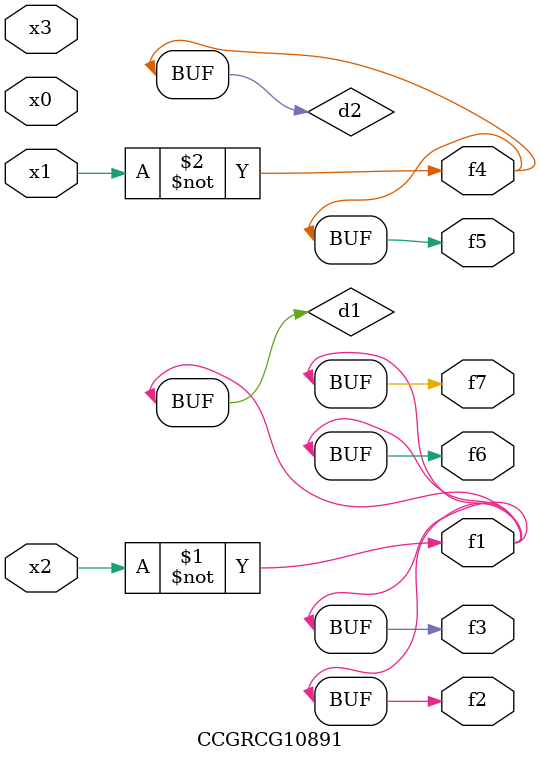
<source format=v>
module CCGRCG10891(
	input x0, x1, x2, x3,
	output f1, f2, f3, f4, f5, f6, f7
);

	wire d1, d2;

	xnor (d1, x2);
	not (d2, x1);
	assign f1 = d1;
	assign f2 = d1;
	assign f3 = d1;
	assign f4 = d2;
	assign f5 = d2;
	assign f6 = d1;
	assign f7 = d1;
endmodule

</source>
